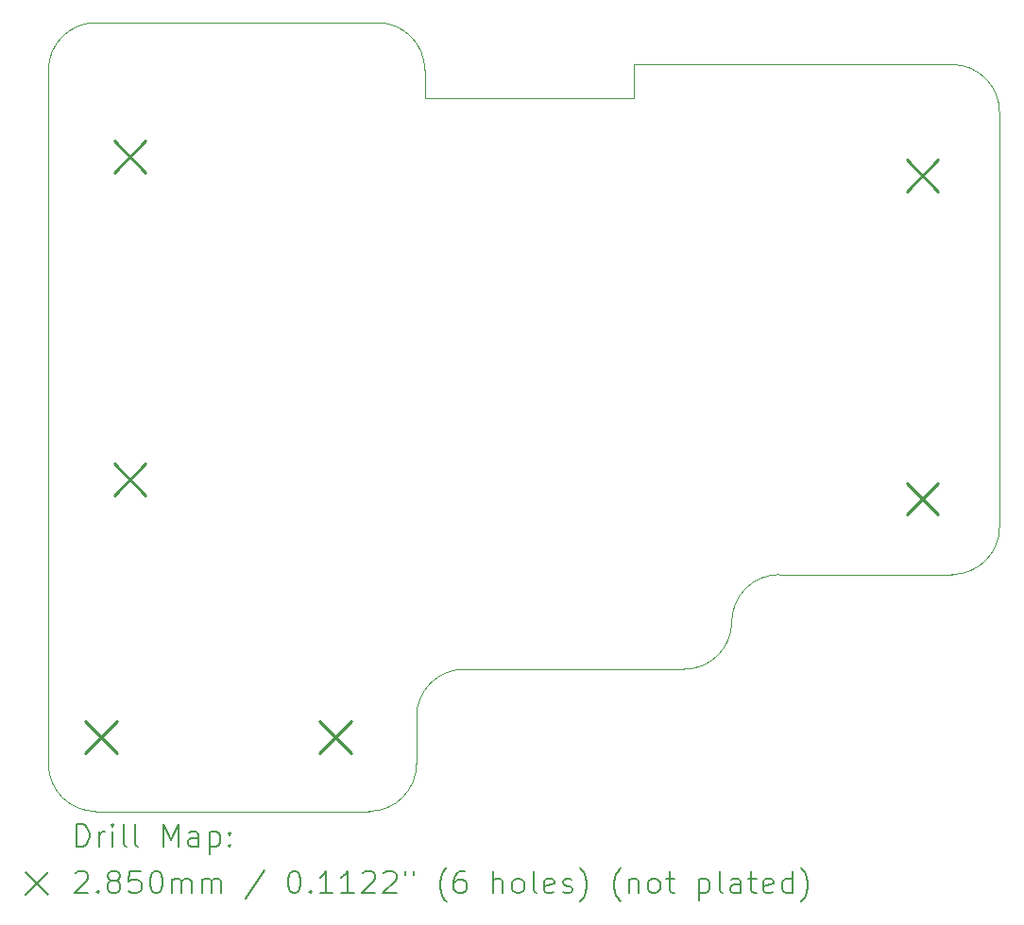
<source format=gbr>
%FSLAX45Y45*%
G04 Gerber Fmt 4.5, Leading zero omitted, Abs format (unit mm)*
G04 Created by KiCad (PCBNEW (6.0.1)) date 2022-11-29 11:46:23*
%MOMM*%
%LPD*%
G01*
G04 APERTURE LIST*
%TA.AperFunction,Profile*%
%ADD10C,0.100000*%
%TD*%
%ADD11C,0.200000*%
%ADD12C,0.285000*%
G04 APERTURE END LIST*
D10*
X14104448Y-6628704D02*
G75*
G03*
X13679448Y-6203184I-425521J0D01*
G01*
X14455000Y-12003000D02*
G75*
G03*
X14030184Y-12428552I1259J-426073D01*
G01*
X11155704Y-6203552D02*
G75*
G03*
X10730184Y-6628552I0J-425521D01*
G01*
X18829296Y-11152448D02*
G75*
G03*
X19255000Y-10728000I0J425706D01*
G01*
X15980000Y-6578000D02*
X15980000Y-6883000D01*
X10730552Y-12852296D02*
X10730184Y-7003552D01*
X15980000Y-6578000D02*
X18405000Y-6578000D01*
X14110000Y-6883000D02*
X15960000Y-6883000D01*
X13679448Y-6203184D02*
X11580000Y-6203000D01*
X19254448Y-7003704D02*
X19255000Y-10728000D01*
X16429296Y-12002448D02*
G75*
G03*
X16855184Y-11578552I-1J425894D01*
G01*
X15430000Y-12003000D02*
X14455000Y-12003000D01*
X10730552Y-12852296D02*
G75*
G03*
X11155552Y-13277816I425521J0D01*
G01*
X16429296Y-12002448D02*
X15430000Y-12003000D01*
X11580000Y-6203000D02*
X11155704Y-6203552D01*
X13604296Y-13277448D02*
G75*
G03*
X14029816Y-12852448I0J425521D01*
G01*
X15980000Y-6883000D02*
X15960000Y-6883000D01*
X11155552Y-13277816D02*
X13604296Y-13277448D01*
X14104448Y-6628704D02*
X14110000Y-6883000D01*
X18829448Y-6578184D02*
X18405000Y-6578000D01*
X10730184Y-6628552D02*
X10730184Y-7003552D01*
X14030184Y-12428552D02*
X14029816Y-12852448D01*
X19254448Y-7003704D02*
G75*
G03*
X18829448Y-6578184I-425521J0D01*
G01*
X18829296Y-11152448D02*
X17280704Y-11153552D01*
X17280704Y-11153552D02*
G75*
G03*
X16855184Y-11578552I0J-425521D01*
G01*
D11*
D12*
X11057500Y-12470500D02*
X11342500Y-12755500D01*
X11342500Y-12470500D02*
X11057500Y-12755500D01*
X11317500Y-7260500D02*
X11602500Y-7545500D01*
X11602500Y-7260500D02*
X11317500Y-7545500D01*
X11317500Y-10160500D02*
X11602500Y-10445500D01*
X11602500Y-10160500D02*
X11317500Y-10445500D01*
X13157500Y-12470500D02*
X13442500Y-12755500D01*
X13442500Y-12470500D02*
X13157500Y-12755500D01*
X18421250Y-7430500D02*
X18706250Y-7715500D01*
X18706250Y-7430500D02*
X18421250Y-7715500D01*
X18421250Y-10330500D02*
X18706250Y-10615500D01*
X18706250Y-10330500D02*
X18421250Y-10615500D01*
D11*
X10982803Y-13593292D02*
X10982803Y-13393292D01*
X11030422Y-13393292D01*
X11058994Y-13402816D01*
X11078041Y-13421864D01*
X11087565Y-13440911D01*
X11097089Y-13479006D01*
X11097089Y-13507578D01*
X11087565Y-13545673D01*
X11078041Y-13564721D01*
X11058994Y-13583768D01*
X11030422Y-13593292D01*
X10982803Y-13593292D01*
X11182803Y-13593292D02*
X11182803Y-13459959D01*
X11182803Y-13498054D02*
X11192327Y-13479006D01*
X11201851Y-13469483D01*
X11220898Y-13459959D01*
X11239946Y-13459959D01*
X11306612Y-13593292D02*
X11306612Y-13459959D01*
X11306612Y-13393292D02*
X11297089Y-13402816D01*
X11306612Y-13412340D01*
X11316136Y-13402816D01*
X11306612Y-13393292D01*
X11306612Y-13412340D01*
X11430422Y-13593292D02*
X11411374Y-13583768D01*
X11401851Y-13564721D01*
X11401851Y-13393292D01*
X11535184Y-13593292D02*
X11516136Y-13583768D01*
X11506612Y-13564721D01*
X11506612Y-13393292D01*
X11763755Y-13593292D02*
X11763755Y-13393292D01*
X11830422Y-13536149D01*
X11897089Y-13393292D01*
X11897089Y-13593292D01*
X12078041Y-13593292D02*
X12078041Y-13488530D01*
X12068517Y-13469483D01*
X12049470Y-13459959D01*
X12011374Y-13459959D01*
X11992327Y-13469483D01*
X12078041Y-13583768D02*
X12058993Y-13593292D01*
X12011374Y-13593292D01*
X11992327Y-13583768D01*
X11982803Y-13564721D01*
X11982803Y-13545673D01*
X11992327Y-13526625D01*
X12011374Y-13517102D01*
X12058993Y-13517102D01*
X12078041Y-13507578D01*
X12173279Y-13459959D02*
X12173279Y-13659959D01*
X12173279Y-13469483D02*
X12192327Y-13459959D01*
X12230422Y-13459959D01*
X12249470Y-13469483D01*
X12258993Y-13479006D01*
X12268517Y-13498054D01*
X12268517Y-13555197D01*
X12258993Y-13574244D01*
X12249470Y-13583768D01*
X12230422Y-13593292D01*
X12192327Y-13593292D01*
X12173279Y-13583768D01*
X12354232Y-13574244D02*
X12363755Y-13583768D01*
X12354232Y-13593292D01*
X12344708Y-13583768D01*
X12354232Y-13574244D01*
X12354232Y-13593292D01*
X12354232Y-13469483D02*
X12363755Y-13479006D01*
X12354232Y-13488530D01*
X12344708Y-13479006D01*
X12354232Y-13469483D01*
X12354232Y-13488530D01*
X10525184Y-13822816D02*
X10725184Y-14022816D01*
X10725184Y-13822816D02*
X10525184Y-14022816D01*
X10973279Y-13832340D02*
X10982803Y-13822816D01*
X11001851Y-13813292D01*
X11049470Y-13813292D01*
X11068517Y-13822816D01*
X11078041Y-13832340D01*
X11087565Y-13851387D01*
X11087565Y-13870435D01*
X11078041Y-13899006D01*
X10963755Y-14013292D01*
X11087565Y-14013292D01*
X11173279Y-13994244D02*
X11182803Y-14003768D01*
X11173279Y-14013292D01*
X11163755Y-14003768D01*
X11173279Y-13994244D01*
X11173279Y-14013292D01*
X11297089Y-13899006D02*
X11278041Y-13889483D01*
X11268517Y-13879959D01*
X11258993Y-13860911D01*
X11258993Y-13851387D01*
X11268517Y-13832340D01*
X11278041Y-13822816D01*
X11297089Y-13813292D01*
X11335184Y-13813292D01*
X11354232Y-13822816D01*
X11363755Y-13832340D01*
X11373279Y-13851387D01*
X11373279Y-13860911D01*
X11363755Y-13879959D01*
X11354232Y-13889483D01*
X11335184Y-13899006D01*
X11297089Y-13899006D01*
X11278041Y-13908530D01*
X11268517Y-13918054D01*
X11258993Y-13937102D01*
X11258993Y-13975197D01*
X11268517Y-13994244D01*
X11278041Y-14003768D01*
X11297089Y-14013292D01*
X11335184Y-14013292D01*
X11354232Y-14003768D01*
X11363755Y-13994244D01*
X11373279Y-13975197D01*
X11373279Y-13937102D01*
X11363755Y-13918054D01*
X11354232Y-13908530D01*
X11335184Y-13899006D01*
X11554232Y-13813292D02*
X11458993Y-13813292D01*
X11449470Y-13908530D01*
X11458993Y-13899006D01*
X11478041Y-13889483D01*
X11525660Y-13889483D01*
X11544708Y-13899006D01*
X11554232Y-13908530D01*
X11563755Y-13927578D01*
X11563755Y-13975197D01*
X11554232Y-13994244D01*
X11544708Y-14003768D01*
X11525660Y-14013292D01*
X11478041Y-14013292D01*
X11458993Y-14003768D01*
X11449470Y-13994244D01*
X11687565Y-13813292D02*
X11706612Y-13813292D01*
X11725660Y-13822816D01*
X11735184Y-13832340D01*
X11744708Y-13851387D01*
X11754232Y-13889483D01*
X11754232Y-13937102D01*
X11744708Y-13975197D01*
X11735184Y-13994244D01*
X11725660Y-14003768D01*
X11706612Y-14013292D01*
X11687565Y-14013292D01*
X11668517Y-14003768D01*
X11658993Y-13994244D01*
X11649470Y-13975197D01*
X11639946Y-13937102D01*
X11639946Y-13889483D01*
X11649470Y-13851387D01*
X11658993Y-13832340D01*
X11668517Y-13822816D01*
X11687565Y-13813292D01*
X11839946Y-14013292D02*
X11839946Y-13879959D01*
X11839946Y-13899006D02*
X11849470Y-13889483D01*
X11868517Y-13879959D01*
X11897089Y-13879959D01*
X11916136Y-13889483D01*
X11925660Y-13908530D01*
X11925660Y-14013292D01*
X11925660Y-13908530D02*
X11935184Y-13889483D01*
X11954232Y-13879959D01*
X11982803Y-13879959D01*
X12001851Y-13889483D01*
X12011374Y-13908530D01*
X12011374Y-14013292D01*
X12106612Y-14013292D02*
X12106612Y-13879959D01*
X12106612Y-13899006D02*
X12116136Y-13889483D01*
X12135184Y-13879959D01*
X12163755Y-13879959D01*
X12182803Y-13889483D01*
X12192327Y-13908530D01*
X12192327Y-14013292D01*
X12192327Y-13908530D02*
X12201851Y-13889483D01*
X12220898Y-13879959D01*
X12249470Y-13879959D01*
X12268517Y-13889483D01*
X12278041Y-13908530D01*
X12278041Y-14013292D01*
X12668517Y-13803768D02*
X12497089Y-14060911D01*
X12925660Y-13813292D02*
X12944708Y-13813292D01*
X12963755Y-13822816D01*
X12973279Y-13832340D01*
X12982803Y-13851387D01*
X12992327Y-13889483D01*
X12992327Y-13937102D01*
X12982803Y-13975197D01*
X12973279Y-13994244D01*
X12963755Y-14003768D01*
X12944708Y-14013292D01*
X12925660Y-14013292D01*
X12906612Y-14003768D01*
X12897089Y-13994244D01*
X12887565Y-13975197D01*
X12878041Y-13937102D01*
X12878041Y-13889483D01*
X12887565Y-13851387D01*
X12897089Y-13832340D01*
X12906612Y-13822816D01*
X12925660Y-13813292D01*
X13078041Y-13994244D02*
X13087565Y-14003768D01*
X13078041Y-14013292D01*
X13068517Y-14003768D01*
X13078041Y-13994244D01*
X13078041Y-14013292D01*
X13278041Y-14013292D02*
X13163755Y-14013292D01*
X13220898Y-14013292D02*
X13220898Y-13813292D01*
X13201851Y-13841864D01*
X13182803Y-13860911D01*
X13163755Y-13870435D01*
X13468517Y-14013292D02*
X13354232Y-14013292D01*
X13411374Y-14013292D02*
X13411374Y-13813292D01*
X13392327Y-13841864D01*
X13373279Y-13860911D01*
X13354232Y-13870435D01*
X13544708Y-13832340D02*
X13554232Y-13822816D01*
X13573279Y-13813292D01*
X13620898Y-13813292D01*
X13639946Y-13822816D01*
X13649470Y-13832340D01*
X13658993Y-13851387D01*
X13658993Y-13870435D01*
X13649470Y-13899006D01*
X13535184Y-14013292D01*
X13658993Y-14013292D01*
X13735184Y-13832340D02*
X13744708Y-13822816D01*
X13763755Y-13813292D01*
X13811374Y-13813292D01*
X13830422Y-13822816D01*
X13839946Y-13832340D01*
X13849470Y-13851387D01*
X13849470Y-13870435D01*
X13839946Y-13899006D01*
X13725660Y-14013292D01*
X13849470Y-14013292D01*
X13925660Y-13813292D02*
X13925660Y-13851387D01*
X14001851Y-13813292D02*
X14001851Y-13851387D01*
X14297089Y-14089483D02*
X14287565Y-14079959D01*
X14268517Y-14051387D01*
X14258993Y-14032340D01*
X14249470Y-14003768D01*
X14239946Y-13956149D01*
X14239946Y-13918054D01*
X14249470Y-13870435D01*
X14258993Y-13841864D01*
X14268517Y-13822816D01*
X14287565Y-13794244D01*
X14297089Y-13784721D01*
X14458993Y-13813292D02*
X14420898Y-13813292D01*
X14401851Y-13822816D01*
X14392327Y-13832340D01*
X14373279Y-13860911D01*
X14363755Y-13899006D01*
X14363755Y-13975197D01*
X14373279Y-13994244D01*
X14382803Y-14003768D01*
X14401851Y-14013292D01*
X14439946Y-14013292D01*
X14458993Y-14003768D01*
X14468517Y-13994244D01*
X14478041Y-13975197D01*
X14478041Y-13927578D01*
X14468517Y-13908530D01*
X14458993Y-13899006D01*
X14439946Y-13889483D01*
X14401851Y-13889483D01*
X14382803Y-13899006D01*
X14373279Y-13908530D01*
X14363755Y-13927578D01*
X14716136Y-14013292D02*
X14716136Y-13813292D01*
X14801851Y-14013292D02*
X14801851Y-13908530D01*
X14792327Y-13889483D01*
X14773279Y-13879959D01*
X14744708Y-13879959D01*
X14725660Y-13889483D01*
X14716136Y-13899006D01*
X14925660Y-14013292D02*
X14906612Y-14003768D01*
X14897089Y-13994244D01*
X14887565Y-13975197D01*
X14887565Y-13918054D01*
X14897089Y-13899006D01*
X14906612Y-13889483D01*
X14925660Y-13879959D01*
X14954232Y-13879959D01*
X14973279Y-13889483D01*
X14982803Y-13899006D01*
X14992327Y-13918054D01*
X14992327Y-13975197D01*
X14982803Y-13994244D01*
X14973279Y-14003768D01*
X14954232Y-14013292D01*
X14925660Y-14013292D01*
X15106612Y-14013292D02*
X15087565Y-14003768D01*
X15078041Y-13984721D01*
X15078041Y-13813292D01*
X15258993Y-14003768D02*
X15239946Y-14013292D01*
X15201851Y-14013292D01*
X15182803Y-14003768D01*
X15173279Y-13984721D01*
X15173279Y-13908530D01*
X15182803Y-13889483D01*
X15201851Y-13879959D01*
X15239946Y-13879959D01*
X15258993Y-13889483D01*
X15268517Y-13908530D01*
X15268517Y-13927578D01*
X15173279Y-13946625D01*
X15344708Y-14003768D02*
X15363755Y-14013292D01*
X15401851Y-14013292D01*
X15420898Y-14003768D01*
X15430422Y-13984721D01*
X15430422Y-13975197D01*
X15420898Y-13956149D01*
X15401851Y-13946625D01*
X15373279Y-13946625D01*
X15354232Y-13937102D01*
X15344708Y-13918054D01*
X15344708Y-13908530D01*
X15354232Y-13889483D01*
X15373279Y-13879959D01*
X15401851Y-13879959D01*
X15420898Y-13889483D01*
X15497089Y-14089483D02*
X15506612Y-14079959D01*
X15525660Y-14051387D01*
X15535184Y-14032340D01*
X15544708Y-14003768D01*
X15554232Y-13956149D01*
X15554232Y-13918054D01*
X15544708Y-13870435D01*
X15535184Y-13841864D01*
X15525660Y-13822816D01*
X15506612Y-13794244D01*
X15497089Y-13784721D01*
X15858993Y-14089483D02*
X15849470Y-14079959D01*
X15830422Y-14051387D01*
X15820898Y-14032340D01*
X15811374Y-14003768D01*
X15801851Y-13956149D01*
X15801851Y-13918054D01*
X15811374Y-13870435D01*
X15820898Y-13841864D01*
X15830422Y-13822816D01*
X15849470Y-13794244D01*
X15858993Y-13784721D01*
X15935184Y-13879959D02*
X15935184Y-14013292D01*
X15935184Y-13899006D02*
X15944708Y-13889483D01*
X15963755Y-13879959D01*
X15992327Y-13879959D01*
X16011374Y-13889483D01*
X16020898Y-13908530D01*
X16020898Y-14013292D01*
X16144708Y-14013292D02*
X16125660Y-14003768D01*
X16116136Y-13994244D01*
X16106612Y-13975197D01*
X16106612Y-13918054D01*
X16116136Y-13899006D01*
X16125660Y-13889483D01*
X16144708Y-13879959D01*
X16173279Y-13879959D01*
X16192327Y-13889483D01*
X16201851Y-13899006D01*
X16211374Y-13918054D01*
X16211374Y-13975197D01*
X16201851Y-13994244D01*
X16192327Y-14003768D01*
X16173279Y-14013292D01*
X16144708Y-14013292D01*
X16268517Y-13879959D02*
X16344708Y-13879959D01*
X16297089Y-13813292D02*
X16297089Y-13984721D01*
X16306612Y-14003768D01*
X16325660Y-14013292D01*
X16344708Y-14013292D01*
X16563755Y-13879959D02*
X16563755Y-14079959D01*
X16563755Y-13889483D02*
X16582803Y-13879959D01*
X16620898Y-13879959D01*
X16639946Y-13889483D01*
X16649470Y-13899006D01*
X16658993Y-13918054D01*
X16658993Y-13975197D01*
X16649470Y-13994244D01*
X16639946Y-14003768D01*
X16620898Y-14013292D01*
X16582803Y-14013292D01*
X16563755Y-14003768D01*
X16773279Y-14013292D02*
X16754232Y-14003768D01*
X16744708Y-13984721D01*
X16744708Y-13813292D01*
X16935184Y-14013292D02*
X16935184Y-13908530D01*
X16925660Y-13889483D01*
X16906613Y-13879959D01*
X16868517Y-13879959D01*
X16849470Y-13889483D01*
X16935184Y-14003768D02*
X16916136Y-14013292D01*
X16868517Y-14013292D01*
X16849470Y-14003768D01*
X16839946Y-13984721D01*
X16839946Y-13965673D01*
X16849470Y-13946625D01*
X16868517Y-13937102D01*
X16916136Y-13937102D01*
X16935184Y-13927578D01*
X17001851Y-13879959D02*
X17078041Y-13879959D01*
X17030422Y-13813292D02*
X17030422Y-13984721D01*
X17039946Y-14003768D01*
X17058994Y-14013292D01*
X17078041Y-14013292D01*
X17220898Y-14003768D02*
X17201851Y-14013292D01*
X17163755Y-14013292D01*
X17144708Y-14003768D01*
X17135184Y-13984721D01*
X17135184Y-13908530D01*
X17144708Y-13889483D01*
X17163755Y-13879959D01*
X17201851Y-13879959D01*
X17220898Y-13889483D01*
X17230422Y-13908530D01*
X17230422Y-13927578D01*
X17135184Y-13946625D01*
X17401851Y-14013292D02*
X17401851Y-13813292D01*
X17401851Y-14003768D02*
X17382803Y-14013292D01*
X17344708Y-14013292D01*
X17325660Y-14003768D01*
X17316136Y-13994244D01*
X17306613Y-13975197D01*
X17306613Y-13918054D01*
X17316136Y-13899006D01*
X17325660Y-13889483D01*
X17344708Y-13879959D01*
X17382803Y-13879959D01*
X17401851Y-13889483D01*
X17478041Y-14089483D02*
X17487565Y-14079959D01*
X17506613Y-14051387D01*
X17516136Y-14032340D01*
X17525660Y-14003768D01*
X17535184Y-13956149D01*
X17535184Y-13918054D01*
X17525660Y-13870435D01*
X17516136Y-13841864D01*
X17506613Y-13822816D01*
X17487565Y-13794244D01*
X17478041Y-13784721D01*
M02*

</source>
